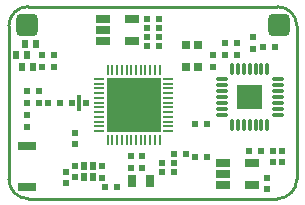
<source format=gtp>
G04*
G04 #@! TF.GenerationSoftware,Altium Limited,Altium Designer,21.3.2 (30)*
G04*
G04 Layer_Color=8421504*
%FSLAX25Y25*%
%MOIN*%
G70*
G04*
G04 #@! TF.SameCoordinates,A34A3340-7ABE-472C-AE94-605A2DEBF9E2*
G04*
G04*
G04 #@! TF.FilePolarity,Positive*
G04*
G01*
G75*
%ADD12C,0.01000*%
%ADD18R,0.05118X0.02756*%
G04:AMPARAMS|DCode=19|XSize=75mil|YSize=75mil|CornerRadius=18.75mil|HoleSize=0mil|Usage=FLASHONLY|Rotation=0.000|XOffset=0mil|YOffset=0mil|HoleType=Round|Shape=RoundedRectangle|*
%AMROUNDEDRECTD19*
21,1,0.07500,0.03750,0,0,0.0*
21,1,0.03750,0.07500,0,0,0.0*
1,1,0.03750,0.01875,-0.01875*
1,1,0.03750,-0.01875,-0.01875*
1,1,0.03750,-0.01875,0.01875*
1,1,0.03750,0.01875,0.01875*
%
%ADD19ROUNDEDRECTD19*%
%ADD20R,0.05906X0.02913*%
G04:AMPARAMS|DCode=21|XSize=38.98mil|YSize=10.63mil|CornerRadius=1.33mil|HoleSize=0mil|Usage=FLASHONLY|Rotation=180.000|XOffset=0mil|YOffset=0mil|HoleType=Round|Shape=RoundedRectangle|*
%AMROUNDEDRECTD21*
21,1,0.03898,0.00797,0,0,180.0*
21,1,0.03632,0.01063,0,0,180.0*
1,1,0.00266,-0.01816,0.00399*
1,1,0.00266,0.01816,0.00399*
1,1,0.00266,0.01816,-0.00399*
1,1,0.00266,-0.01816,-0.00399*
%
%ADD21ROUNDEDRECTD21*%
G04:AMPARAMS|DCode=22|XSize=38.98mil|YSize=10.63mil|CornerRadius=1.33mil|HoleSize=0mil|Usage=FLASHONLY|Rotation=270.000|XOffset=0mil|YOffset=0mil|HoleType=Round|Shape=RoundedRectangle|*
%AMROUNDEDRECTD22*
21,1,0.03898,0.00797,0,0,270.0*
21,1,0.03632,0.01063,0,0,270.0*
1,1,0.00266,-0.00399,-0.01816*
1,1,0.00266,-0.00399,0.01816*
1,1,0.00266,0.00399,0.01816*
1,1,0.00266,0.00399,-0.01816*
%
%ADD22ROUNDEDRECTD22*%
%ADD23R,0.02362X0.02362*%
%ADD24R,0.02756X0.02756*%
%ADD25R,0.01181X0.05709*%
%ADD26R,0.01968X0.02756*%
%ADD27R,0.02362X0.02362*%
%ADD28R,0.18110X0.18110*%
%ADD29O,0.00787X0.03740*%
%ADD30O,0.03740X0.00787*%
%ADD31R,0.01968X0.02362*%
%ADD32R,0.02500X0.04000*%
%ADD33R,0.02362X0.02756*%
G36*
X76236Y37961D02*
X84346D01*
Y29850D01*
X76236D01*
Y37961D01*
D02*
G37*
D12*
X89551Y0D02*
G03*
X96000Y6449I0J6449D01*
G01*
X96005Y57559D02*
G03*
X96000Y57554I0J-5D01*
G01*
X96005Y57559D02*
G03*
X89555Y64008I-6449J0D01*
G01*
X6449Y64000D02*
G03*
X0Y57551I0J-6449D01*
G01*
Y6449D02*
G03*
X6449Y0I6449J0D01*
G01*
X96000Y6449D02*
Y57554D01*
X0Y6449D02*
Y57551D01*
X6449Y0D02*
X89551D01*
X6449Y64000D02*
X89555Y64000D01*
D18*
X81000Y12000D02*
D03*
Y4520D02*
D03*
X71551D02*
D03*
Y8260D02*
D03*
Y12000D02*
D03*
X31551Y60000D02*
D03*
Y56260D02*
D03*
Y52520D02*
D03*
X41000D02*
D03*
Y60000D02*
D03*
D19*
X6000Y58000D02*
D03*
X90000D02*
D03*
D20*
X6000Y4000D02*
D03*
Y17410D02*
D03*
D21*
X71000Y28000D02*
D03*
Y29969D02*
D03*
Y31937D02*
D03*
Y33906D02*
D03*
Y35874D02*
D03*
Y37843D02*
D03*
Y39811D02*
D03*
X89583D02*
D03*
Y37843D02*
D03*
Y35874D02*
D03*
Y33906D02*
D03*
Y31937D02*
D03*
Y29969D02*
D03*
Y28000D02*
D03*
D22*
X86197Y24614D02*
D03*
X84228D02*
D03*
X82260D02*
D03*
X80291D02*
D03*
X78323D02*
D03*
X76354D02*
D03*
X74386D02*
D03*
Y43197D02*
D03*
X76354D02*
D03*
X78323D02*
D03*
X80291D02*
D03*
X82260D02*
D03*
X84228D02*
D03*
X86197D02*
D03*
D23*
X49937Y60000D02*
D03*
X46000D02*
D03*
X25823Y32000D02*
D03*
X21000D02*
D03*
X49937Y54000D02*
D03*
X46000D02*
D03*
Y57000D02*
D03*
X49937D02*
D03*
X51000Y12000D02*
D03*
X54937D02*
D03*
X13000Y32000D02*
D03*
X16937D02*
D03*
X36000Y4000D02*
D03*
X32063D02*
D03*
X80000Y16000D02*
D03*
X83937D02*
D03*
X84832Y50500D02*
D03*
X88769D02*
D03*
X76000Y48000D02*
D03*
X72063D02*
D03*
X49937Y51000D02*
D03*
X46000D02*
D03*
X51000Y9000D02*
D03*
X54937D02*
D03*
X72063Y52000D02*
D03*
X76000D02*
D03*
X58969Y15000D02*
D03*
X55032D02*
D03*
X62000Y25000D02*
D03*
X65937D02*
D03*
X62000Y14000D02*
D03*
X65937D02*
D03*
D24*
X63000Y44000D02*
D03*
Y51087D02*
D03*
X59063D02*
D03*
Y44000D02*
D03*
D25*
X23411Y32000D02*
D03*
D26*
X5260Y51700D02*
D03*
X9000D02*
D03*
X6107Y48000D02*
D03*
X2367D02*
D03*
X8000Y44000D02*
D03*
X4260D02*
D03*
D27*
X68000D02*
D03*
Y47937D02*
D03*
X86000Y7000D02*
D03*
Y3063D02*
D03*
X88000Y16000D02*
D03*
Y12063D02*
D03*
X81300Y53969D02*
D03*
Y50032D02*
D03*
X6000Y27937D02*
D03*
Y24000D02*
D03*
Y35937D02*
D03*
Y32000D02*
D03*
X10000D02*
D03*
Y35937D02*
D03*
X91000Y12063D02*
D03*
Y16000D02*
D03*
X19000Y5063D02*
D03*
Y9000D02*
D03*
X40900Y14137D02*
D03*
Y10200D02*
D03*
X44500Y10131D02*
D03*
Y14069D02*
D03*
X22000Y18063D02*
D03*
Y22000D02*
D03*
Y7063D02*
D03*
Y11000D02*
D03*
X31000Y10937D02*
D03*
Y7000D02*
D03*
D28*
X41614Y31213D02*
D03*
D29*
X40827Y42827D02*
D03*
X48701D02*
D03*
Y19598D02*
D03*
X40827D02*
D03*
X32953Y42827D02*
D03*
Y19598D02*
D03*
X50276Y42827D02*
D03*
Y19598D02*
D03*
X42402Y42827D02*
D03*
X43976D02*
D03*
X45551D02*
D03*
X47126D02*
D03*
Y19598D02*
D03*
X45551D02*
D03*
X43976D02*
D03*
X42402D02*
D03*
X34528Y42827D02*
D03*
X36102D02*
D03*
X37677D02*
D03*
X39252D02*
D03*
Y19598D02*
D03*
X37677D02*
D03*
X36102D02*
D03*
X34528D02*
D03*
D30*
X53228Y38299D02*
D03*
Y30425D02*
D03*
Y22551D02*
D03*
X30000Y30425D02*
D03*
Y38299D02*
D03*
Y22551D02*
D03*
X53228Y39874D02*
D03*
Y36724D02*
D03*
Y35150D02*
D03*
Y33575D02*
D03*
Y32000D02*
D03*
Y28850D02*
D03*
Y27276D02*
D03*
Y25701D02*
D03*
Y24126D02*
D03*
X30000Y39874D02*
D03*
Y32000D02*
D03*
Y33575D02*
D03*
Y35150D02*
D03*
Y36724D02*
D03*
Y24126D02*
D03*
Y25701D02*
D03*
Y27276D02*
D03*
Y28850D02*
D03*
D31*
X14937Y48000D02*
D03*
X11000D02*
D03*
X15000Y44000D02*
D03*
X11063D02*
D03*
D32*
X47000Y6000D02*
D03*
X41000D02*
D03*
D33*
X28150Y7063D02*
D03*
Y11000D02*
D03*
X25000D02*
D03*
Y7063D02*
D03*
M02*

</source>
